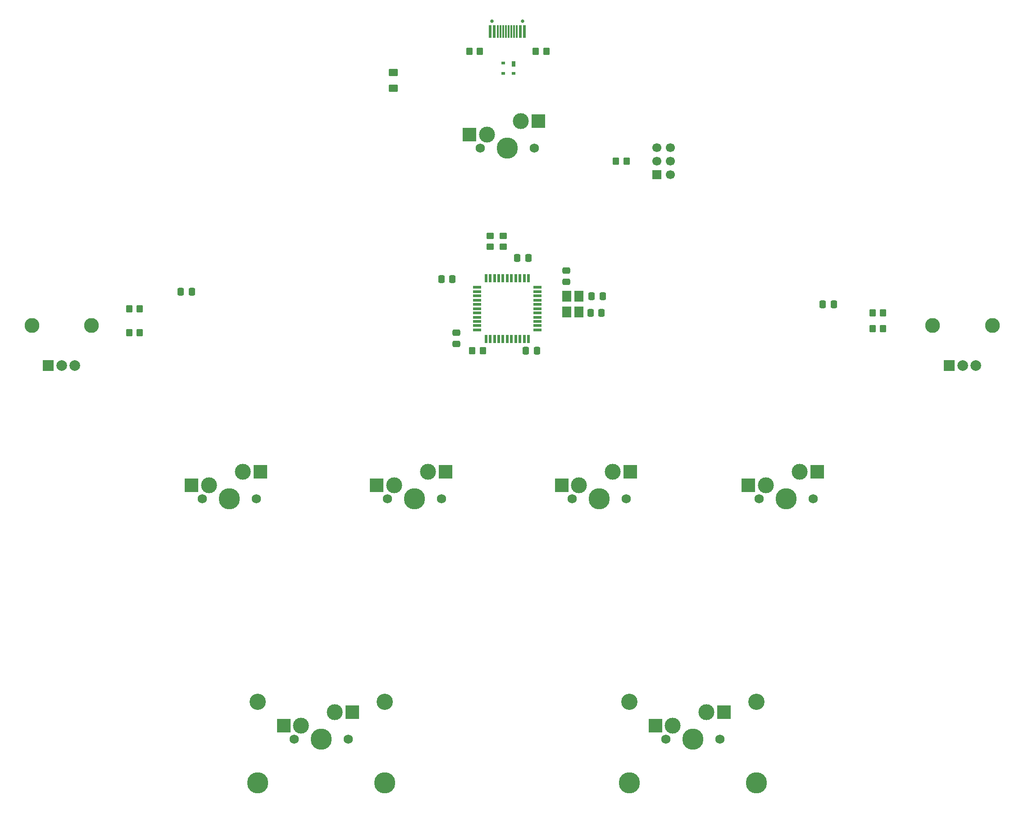
<source format=gbr>
%TF.GenerationSoftware,KiCad,Pcbnew,(6.0.5)*%
%TF.CreationDate,2022-06-07T11:57:36-07:00*%
%TF.ProjectId,sdvx-pcb,73647678-2d70-4636-922e-6b696361645f,rev?*%
%TF.SameCoordinates,Original*%
%TF.FileFunction,Soldermask,Bot*%
%TF.FilePolarity,Negative*%
%FSLAX46Y46*%
G04 Gerber Fmt 4.6, Leading zero omitted, Abs format (unit mm)*
G04 Created by KiCad (PCBNEW (6.0.5)) date 2022-06-07 11:57:36*
%MOMM*%
%LPD*%
G01*
G04 APERTURE LIST*
G04 Aperture macros list*
%AMRoundRect*
0 Rectangle with rounded corners*
0 $1 Rounding radius*
0 $2 $3 $4 $5 $6 $7 $8 $9 X,Y pos of 4 corners*
0 Add a 4 corners polygon primitive as box body*
4,1,4,$2,$3,$4,$5,$6,$7,$8,$9,$2,$3,0*
0 Add four circle primitives for the rounded corners*
1,1,$1+$1,$2,$3*
1,1,$1+$1,$4,$5*
1,1,$1+$1,$6,$7*
1,1,$1+$1,$8,$9*
0 Add four rect primitives between the rounded corners*
20,1,$1+$1,$2,$3,$4,$5,0*
20,1,$1+$1,$4,$5,$6,$7,0*
20,1,$1+$1,$6,$7,$8,$9,0*
20,1,$1+$1,$8,$9,$2,$3,0*%
G04 Aperture macros list end*
%ADD10RoundRect,0.250000X0.350000X0.450000X-0.350000X0.450000X-0.350000X-0.450000X0.350000X-0.450000X0*%
%ADD11RoundRect,0.250000X-0.350000X-0.450000X0.350000X-0.450000X0.350000X0.450000X-0.350000X0.450000X0*%
%ADD12RoundRect,0.250000X0.337500X0.475000X-0.337500X0.475000X-0.337500X-0.475000X0.337500X-0.475000X0*%
%ADD13RoundRect,0.250000X-0.337500X-0.475000X0.337500X-0.475000X0.337500X0.475000X-0.337500X0.475000X0*%
%ADD14C,1.750000*%
%ADD15C,3.000000*%
%ADD16C,3.987800*%
%ADD17R,2.550000X2.500000*%
%ADD18C,3.048000*%
%ADD19R,2.000000X2.000000*%
%ADD20C,2.000000*%
%ADD21C,2.800000*%
%ADD22RoundRect,0.250000X-0.475000X0.337500X-0.475000X-0.337500X0.475000X-0.337500X0.475000X0.337500X0*%
%ADD23RoundRect,0.250000X-0.450000X0.350000X-0.450000X-0.350000X0.450000X-0.350000X0.450000X0.350000X0*%
%ADD24C,1.700000*%
%ADD25R,1.700000X1.700000*%
%ADD26R,0.550000X1.500000*%
%ADD27R,1.500000X0.550000*%
%ADD28C,0.650000*%
%ADD29R,0.600000X2.450000*%
%ADD30R,0.300000X2.450000*%
%ADD31RoundRect,0.250000X0.475000X-0.337500X0.475000X0.337500X-0.475000X0.337500X-0.475000X-0.337500X0*%
%ADD32RoundRect,0.250001X-0.624999X0.462499X-0.624999X-0.462499X0.624999X-0.462499X0.624999X0.462499X0*%
%ADD33R,0.700000X1.000000*%
%ADD34R,0.700000X0.600000*%
%ADD35R,1.800000X2.100000*%
G04 APERTURE END LIST*
D10*
%TO.C,R5*%
X218281250Y-70643750D03*
X216281250Y-70643750D03*
%TD*%
%TO.C,R4*%
X218281250Y-73593750D03*
X216281250Y-73593750D03*
%TD*%
D11*
%TO.C,R2*%
X76581250Y-69850000D03*
X78581250Y-69850000D03*
%TD*%
%TO.C,R1*%
X76581250Y-74387500D03*
X78581250Y-74387500D03*
%TD*%
D12*
%TO.C,C2*%
X209000000Y-69056250D03*
X206925000Y-69056250D03*
%TD*%
D13*
%TO.C,C1*%
X86275000Y-66675000D03*
X88350000Y-66675000D03*
%TD*%
D14*
%TO.C,BT-C1*%
X170021250Y-105568750D03*
D15*
X167481250Y-100488750D03*
D16*
X164941250Y-105568750D03*
D14*
X159861250Y-105568750D03*
D15*
X161131250Y-103028750D03*
D17*
X157856250Y-103028750D03*
X170783250Y-100488750D03*
%TD*%
D15*
%TO.C,FX-R1*%
X178752500Y-148272500D03*
D16*
X170624500Y-159067500D03*
D15*
X185102500Y-145732500D03*
D16*
X194500500Y-159067500D03*
D14*
X177482500Y-150812500D03*
D18*
X194500500Y-143827500D03*
D16*
X182562500Y-150812500D03*
D18*
X170624500Y-143827500D03*
D14*
X187642500Y-150812500D03*
D17*
X175477500Y-148272500D03*
X188404500Y-145732500D03*
%TD*%
D14*
%TO.C,START1*%
X152717500Y-39687500D03*
X142557500Y-39687500D03*
D15*
X143827500Y-37147500D03*
X150177500Y-34607500D03*
D16*
X147637500Y-39687500D03*
D17*
X140552500Y-37147500D03*
X153479500Y-34607500D03*
%TD*%
D14*
%TO.C,BT-B1*%
X135255000Y-105568750D03*
D15*
X126365000Y-103028750D03*
D16*
X130175000Y-105568750D03*
D15*
X132715000Y-100488750D03*
D14*
X125095000Y-105568750D03*
D17*
X123090000Y-103028750D03*
X136017000Y-100488750D03*
%TD*%
D14*
%TO.C,BT-D1*%
X205105000Y-105568750D03*
D15*
X202565000Y-100488750D03*
X196215000Y-103028750D03*
D14*
X194945000Y-105568750D03*
D16*
X200025000Y-105568750D03*
D17*
X192940000Y-103028750D03*
X205867000Y-100488750D03*
%TD*%
D15*
%TO.C,BT-A1*%
X97948750Y-100488750D03*
D14*
X100488750Y-105568750D03*
D16*
X95408750Y-105568750D03*
D15*
X91598750Y-103028750D03*
D14*
X90328750Y-105568750D03*
D17*
X88323750Y-103028750D03*
X101250750Y-100488750D03*
%TD*%
D15*
%TO.C,FX-L1*%
X108902500Y-148272500D03*
D18*
X124650500Y-143827500D03*
D16*
X124650500Y-159067500D03*
D18*
X100774500Y-143827500D03*
D16*
X112712500Y-150812500D03*
X100774500Y-159067500D03*
D14*
X107632500Y-150812500D03*
X117792500Y-150812500D03*
D15*
X115252500Y-145732500D03*
D17*
X105627500Y-148272500D03*
X118554500Y-145732500D03*
%TD*%
D19*
%TO.C,VOL-R*%
X230706250Y-80525000D03*
D20*
X235706250Y-80525000D03*
X233206250Y-80525000D03*
D21*
X238806250Y-73025000D03*
X227606250Y-73025000D03*
%TD*%
%TO.C,VOL-L*%
X69493750Y-73025000D03*
X58293750Y-73025000D03*
D20*
X63893750Y-80525000D03*
X66393750Y-80525000D03*
D19*
X61393750Y-80525000D03*
%TD*%
D22*
%TO.C,C5*%
X158750000Y-62706250D03*
X158750000Y-64781250D03*
%TD*%
D23*
%TO.C,R9*%
X144462500Y-56150000D03*
X144462500Y-58150000D03*
%TD*%
D24*
%TO.C,J1*%
X178276250Y-39528750D03*
X175736250Y-39528750D03*
X178276250Y-42068750D03*
X175736250Y-42068750D03*
X178276250Y-44608750D03*
D25*
X175736250Y-44608750D03*
%TD*%
D26*
%TO.C,U2*%
X143637500Y-64150000D03*
X144437500Y-64150000D03*
X145237500Y-64150000D03*
X146037500Y-64150000D03*
X146837500Y-64150000D03*
X147637500Y-64150000D03*
X148437500Y-64150000D03*
X149237500Y-64150000D03*
X150037500Y-64150000D03*
X150837500Y-64150000D03*
X151637500Y-64150000D03*
D27*
X153337500Y-65850000D03*
X153337500Y-66650000D03*
X153337500Y-67450000D03*
X153337500Y-68250000D03*
X153337500Y-69050000D03*
X153337500Y-69850000D03*
X153337500Y-70650000D03*
X153337500Y-71450000D03*
X153337500Y-72250000D03*
X153337500Y-73050000D03*
X153337500Y-73850000D03*
D26*
X151637500Y-75550000D03*
X150837500Y-75550000D03*
X150037500Y-75550000D03*
X149237500Y-75550000D03*
X148437500Y-75550000D03*
X147637500Y-75550000D03*
X146837500Y-75550000D03*
X146037500Y-75550000D03*
X145237500Y-75550000D03*
X144437500Y-75550000D03*
X143637500Y-75550000D03*
D27*
X141937500Y-73850000D03*
X141937500Y-73050000D03*
X141937500Y-72250000D03*
X141937500Y-71450000D03*
X141937500Y-70650000D03*
X141937500Y-69850000D03*
X141937500Y-69050000D03*
X141937500Y-68250000D03*
X141937500Y-67450000D03*
X141937500Y-66650000D03*
X141937500Y-65850000D03*
%TD*%
D28*
%TO.C,USB1*%
X150527500Y-15772500D03*
X144747500Y-15772500D03*
D29*
X144412500Y-17717500D03*
X145187500Y-17717500D03*
D30*
X145887500Y-17717500D03*
X146387500Y-17717500D03*
X146887500Y-17717500D03*
X147387500Y-17717500D03*
X147887500Y-17717500D03*
X148387500Y-17717500D03*
X148887500Y-17717500D03*
X149387500Y-17717500D03*
D29*
X150087500Y-17717500D03*
X150862500Y-17717500D03*
%TD*%
D31*
%TO.C,C6*%
X138112500Y-76443750D03*
X138112500Y-74368750D03*
%TD*%
D10*
%TO.C,R3*%
X170068750Y-42068750D03*
X168068750Y-42068750D03*
%TD*%
%TO.C,R10*%
X143081250Y-77787500D03*
X141081250Y-77787500D03*
%TD*%
D32*
%TO.C,Fe1*%
X126206250Y-25400000D03*
X126206250Y-28375000D03*
%TD*%
D13*
%TO.C,C4*%
X151118750Y-77787500D03*
X153193750Y-77787500D03*
%TD*%
D33*
%TO.C,U1*%
X148843750Y-23856250D03*
D34*
X148843750Y-25556250D03*
X146843750Y-25556250D03*
X146843750Y-23656250D03*
%TD*%
D12*
%TO.C,C9*%
X151606250Y-60325000D03*
X149531250Y-60325000D03*
%TD*%
%TO.C,C3*%
X165343750Y-70643750D03*
X163268750Y-70643750D03*
%TD*%
%TO.C,C7*%
X165587500Y-67468750D03*
X163512500Y-67468750D03*
%TD*%
D35*
%TO.C,Y1*%
X158815625Y-70434375D03*
X158815625Y-67534375D03*
X161115625Y-67534375D03*
X161115625Y-70434375D03*
%TD*%
D13*
%TO.C,C8*%
X135243750Y-64293750D03*
X137318750Y-64293750D03*
%TD*%
D10*
%TO.C,R7*%
X142493750Y-21431250D03*
X140493750Y-21431250D03*
%TD*%
D11*
%TO.C,R6*%
X152987500Y-21431250D03*
X154987500Y-21431250D03*
%TD*%
D23*
%TO.C,R8*%
X146843750Y-56150000D03*
X146843750Y-58150000D03*
%TD*%
M02*

</source>
